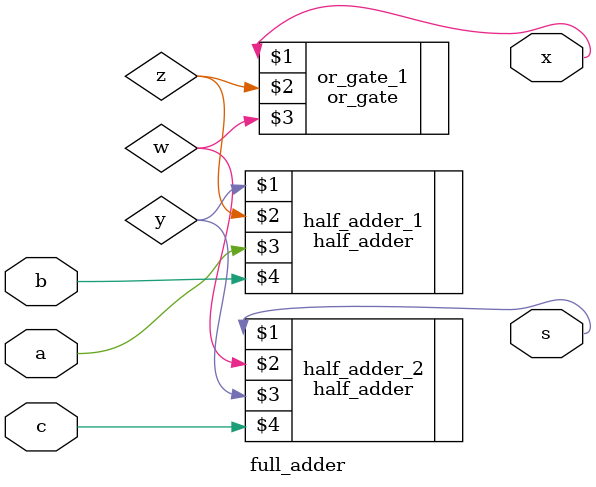
<source format=v>
module full_adder(s,x,a,b,c);
input a,b,c;
output s,x;
wire w,y,z;
half_adder half_adder_1(y,z,a,b);
half_adder half_adder_2(s,w,y,c);
or_gate or_gate_1(x,z,w);
endmodule


</source>
